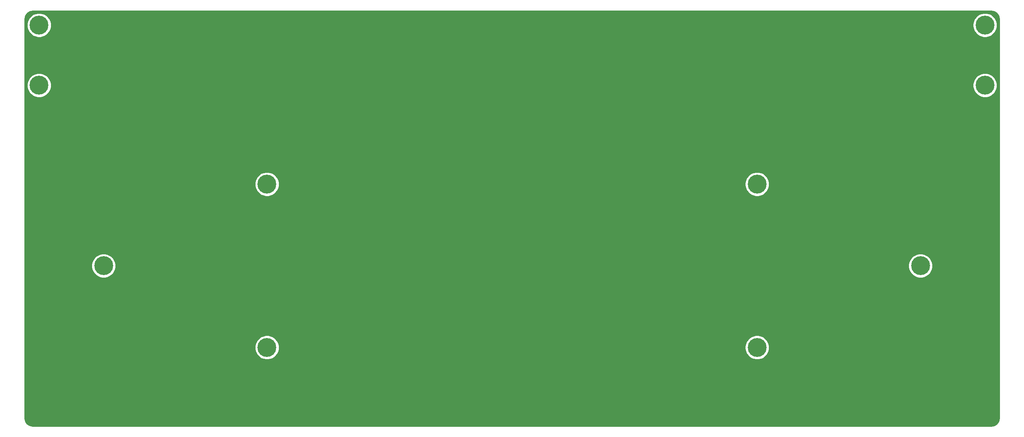
<source format=gbl>
G04 #@! TF.GenerationSoftware,KiCad,Pcbnew,(5.1.5-0-10_14)*
G04 #@! TF.CreationDate,2020-04-12T19:04:30-04:00*
G04 #@! TF.ProjectId,plaid_bottom,706c6169-645f-4626-9f74-746f6d2e6b69,rev?*
G04 #@! TF.SameCoordinates,PX2faf080PY2faf080*
G04 #@! TF.FileFunction,Copper,L2,Bot*
G04 #@! TF.FilePolarity,Positive*
%FSLAX46Y46*%
G04 Gerber Fmt 4.6, Leading zero omitted, Abs format (unit mm)*
G04 Created by KiCad (PCBNEW (5.1.5-0-10_14)) date 2020-04-12 19:04:30*
%MOMM*%
%LPD*%
G04 APERTURE LIST*
%ADD10C,4.400000*%
%ADD11C,0.254000*%
G04 APERTURE END LIST*
D10*
X4000000Y-4000000D03*
X4000000Y-18000000D03*
X224000000Y-4000000D03*
X224000000Y-18000000D03*
X19000000Y-60000000D03*
X57000000Y-41000000D03*
X57000000Y-79000000D03*
X171000000Y-41000000D03*
X171000000Y-79000000D03*
X209000000Y-60000000D03*
D11*
G36*
X225847018Y-747430D02*
G01*
X226180819Y-848211D01*
X226488687Y-1011907D01*
X226758896Y-1232284D01*
X226981157Y-1500952D01*
X227146995Y-1807663D01*
X227250104Y-2140753D01*
X227290000Y-2520341D01*
X227290001Y-95465270D01*
X227252571Y-95847016D01*
X227151789Y-96180818D01*
X226988093Y-96488687D01*
X226767716Y-96758897D01*
X226499052Y-96981154D01*
X226192337Y-97146995D01*
X225859246Y-97250104D01*
X225479659Y-97290000D01*
X2534720Y-97290000D01*
X2152984Y-97252571D01*
X1819182Y-97151789D01*
X1511313Y-96988093D01*
X1241103Y-96767716D01*
X1018846Y-96499052D01*
X853005Y-96192337D01*
X749896Y-95859246D01*
X710000Y-95479659D01*
X710000Y-78720777D01*
X54165000Y-78720777D01*
X54165000Y-79279223D01*
X54273948Y-79826939D01*
X54487656Y-80342876D01*
X54797912Y-80807207D01*
X55192793Y-81202088D01*
X55657124Y-81512344D01*
X56173061Y-81726052D01*
X56720777Y-81835000D01*
X57279223Y-81835000D01*
X57826939Y-81726052D01*
X58342876Y-81512344D01*
X58807207Y-81202088D01*
X59202088Y-80807207D01*
X59512344Y-80342876D01*
X59726052Y-79826939D01*
X59835000Y-79279223D01*
X59835000Y-78720777D01*
X168165000Y-78720777D01*
X168165000Y-79279223D01*
X168273948Y-79826939D01*
X168487656Y-80342876D01*
X168797912Y-80807207D01*
X169192793Y-81202088D01*
X169657124Y-81512344D01*
X170173061Y-81726052D01*
X170720777Y-81835000D01*
X171279223Y-81835000D01*
X171826939Y-81726052D01*
X172342876Y-81512344D01*
X172807207Y-81202088D01*
X173202088Y-80807207D01*
X173512344Y-80342876D01*
X173726052Y-79826939D01*
X173835000Y-79279223D01*
X173835000Y-78720777D01*
X173726052Y-78173061D01*
X173512344Y-77657124D01*
X173202088Y-77192793D01*
X172807207Y-76797912D01*
X172342876Y-76487656D01*
X171826939Y-76273948D01*
X171279223Y-76165000D01*
X170720777Y-76165000D01*
X170173061Y-76273948D01*
X169657124Y-76487656D01*
X169192793Y-76797912D01*
X168797912Y-77192793D01*
X168487656Y-77657124D01*
X168273948Y-78173061D01*
X168165000Y-78720777D01*
X59835000Y-78720777D01*
X59726052Y-78173061D01*
X59512344Y-77657124D01*
X59202088Y-77192793D01*
X58807207Y-76797912D01*
X58342876Y-76487656D01*
X57826939Y-76273948D01*
X57279223Y-76165000D01*
X56720777Y-76165000D01*
X56173061Y-76273948D01*
X55657124Y-76487656D01*
X55192793Y-76797912D01*
X54797912Y-77192793D01*
X54487656Y-77657124D01*
X54273948Y-78173061D01*
X54165000Y-78720777D01*
X710000Y-78720777D01*
X710000Y-59720777D01*
X16165000Y-59720777D01*
X16165000Y-60279223D01*
X16273948Y-60826939D01*
X16487656Y-61342876D01*
X16797912Y-61807207D01*
X17192793Y-62202088D01*
X17657124Y-62512344D01*
X18173061Y-62726052D01*
X18720777Y-62835000D01*
X19279223Y-62835000D01*
X19826939Y-62726052D01*
X20342876Y-62512344D01*
X20807207Y-62202088D01*
X21202088Y-61807207D01*
X21512344Y-61342876D01*
X21726052Y-60826939D01*
X21835000Y-60279223D01*
X21835000Y-59720777D01*
X206165000Y-59720777D01*
X206165000Y-60279223D01*
X206273948Y-60826939D01*
X206487656Y-61342876D01*
X206797912Y-61807207D01*
X207192793Y-62202088D01*
X207657124Y-62512344D01*
X208173061Y-62726052D01*
X208720777Y-62835000D01*
X209279223Y-62835000D01*
X209826939Y-62726052D01*
X210342876Y-62512344D01*
X210807207Y-62202088D01*
X211202088Y-61807207D01*
X211512344Y-61342876D01*
X211726052Y-60826939D01*
X211835000Y-60279223D01*
X211835000Y-59720777D01*
X211726052Y-59173061D01*
X211512344Y-58657124D01*
X211202088Y-58192793D01*
X210807207Y-57797912D01*
X210342876Y-57487656D01*
X209826939Y-57273948D01*
X209279223Y-57165000D01*
X208720777Y-57165000D01*
X208173061Y-57273948D01*
X207657124Y-57487656D01*
X207192793Y-57797912D01*
X206797912Y-58192793D01*
X206487656Y-58657124D01*
X206273948Y-59173061D01*
X206165000Y-59720777D01*
X21835000Y-59720777D01*
X21726052Y-59173061D01*
X21512344Y-58657124D01*
X21202088Y-58192793D01*
X20807207Y-57797912D01*
X20342876Y-57487656D01*
X19826939Y-57273948D01*
X19279223Y-57165000D01*
X18720777Y-57165000D01*
X18173061Y-57273948D01*
X17657124Y-57487656D01*
X17192793Y-57797912D01*
X16797912Y-58192793D01*
X16487656Y-58657124D01*
X16273948Y-59173061D01*
X16165000Y-59720777D01*
X710000Y-59720777D01*
X710000Y-40720777D01*
X54165000Y-40720777D01*
X54165000Y-41279223D01*
X54273948Y-41826939D01*
X54487656Y-42342876D01*
X54797912Y-42807207D01*
X55192793Y-43202088D01*
X55657124Y-43512344D01*
X56173061Y-43726052D01*
X56720777Y-43835000D01*
X57279223Y-43835000D01*
X57826939Y-43726052D01*
X58342876Y-43512344D01*
X58807207Y-43202088D01*
X59202088Y-42807207D01*
X59512344Y-42342876D01*
X59726052Y-41826939D01*
X59835000Y-41279223D01*
X59835000Y-40720777D01*
X168165000Y-40720777D01*
X168165000Y-41279223D01*
X168273948Y-41826939D01*
X168487656Y-42342876D01*
X168797912Y-42807207D01*
X169192793Y-43202088D01*
X169657124Y-43512344D01*
X170173061Y-43726052D01*
X170720777Y-43835000D01*
X171279223Y-43835000D01*
X171826939Y-43726052D01*
X172342876Y-43512344D01*
X172807207Y-43202088D01*
X173202088Y-42807207D01*
X173512344Y-42342876D01*
X173726052Y-41826939D01*
X173835000Y-41279223D01*
X173835000Y-40720777D01*
X173726052Y-40173061D01*
X173512344Y-39657124D01*
X173202088Y-39192793D01*
X172807207Y-38797912D01*
X172342876Y-38487656D01*
X171826939Y-38273948D01*
X171279223Y-38165000D01*
X170720777Y-38165000D01*
X170173061Y-38273948D01*
X169657124Y-38487656D01*
X169192793Y-38797912D01*
X168797912Y-39192793D01*
X168487656Y-39657124D01*
X168273948Y-40173061D01*
X168165000Y-40720777D01*
X59835000Y-40720777D01*
X59726052Y-40173061D01*
X59512344Y-39657124D01*
X59202088Y-39192793D01*
X58807207Y-38797912D01*
X58342876Y-38487656D01*
X57826939Y-38273948D01*
X57279223Y-38165000D01*
X56720777Y-38165000D01*
X56173061Y-38273948D01*
X55657124Y-38487656D01*
X55192793Y-38797912D01*
X54797912Y-39192793D01*
X54487656Y-39657124D01*
X54273948Y-40173061D01*
X54165000Y-40720777D01*
X710000Y-40720777D01*
X710000Y-17720777D01*
X1165000Y-17720777D01*
X1165000Y-18279223D01*
X1273948Y-18826939D01*
X1487656Y-19342876D01*
X1797912Y-19807207D01*
X2192793Y-20202088D01*
X2657124Y-20512344D01*
X3173061Y-20726052D01*
X3720777Y-20835000D01*
X4279223Y-20835000D01*
X4826939Y-20726052D01*
X5342876Y-20512344D01*
X5807207Y-20202088D01*
X6202088Y-19807207D01*
X6512344Y-19342876D01*
X6726052Y-18826939D01*
X6835000Y-18279223D01*
X6835000Y-17720777D01*
X221165000Y-17720777D01*
X221165000Y-18279223D01*
X221273948Y-18826939D01*
X221487656Y-19342876D01*
X221797912Y-19807207D01*
X222192793Y-20202088D01*
X222657124Y-20512344D01*
X223173061Y-20726052D01*
X223720777Y-20835000D01*
X224279223Y-20835000D01*
X224826939Y-20726052D01*
X225342876Y-20512344D01*
X225807207Y-20202088D01*
X226202088Y-19807207D01*
X226512344Y-19342876D01*
X226726052Y-18826939D01*
X226835000Y-18279223D01*
X226835000Y-17720777D01*
X226726052Y-17173061D01*
X226512344Y-16657124D01*
X226202088Y-16192793D01*
X225807207Y-15797912D01*
X225342876Y-15487656D01*
X224826939Y-15273948D01*
X224279223Y-15165000D01*
X223720777Y-15165000D01*
X223173061Y-15273948D01*
X222657124Y-15487656D01*
X222192793Y-15797912D01*
X221797912Y-16192793D01*
X221487656Y-16657124D01*
X221273948Y-17173061D01*
X221165000Y-17720777D01*
X6835000Y-17720777D01*
X6726052Y-17173061D01*
X6512344Y-16657124D01*
X6202088Y-16192793D01*
X5807207Y-15797912D01*
X5342876Y-15487656D01*
X4826939Y-15273948D01*
X4279223Y-15165000D01*
X3720777Y-15165000D01*
X3173061Y-15273948D01*
X2657124Y-15487656D01*
X2192793Y-15797912D01*
X1797912Y-16192793D01*
X1487656Y-16657124D01*
X1273948Y-17173061D01*
X1165000Y-17720777D01*
X710000Y-17720777D01*
X710000Y-3720777D01*
X1165000Y-3720777D01*
X1165000Y-4279223D01*
X1273948Y-4826939D01*
X1487656Y-5342876D01*
X1797912Y-5807207D01*
X2192793Y-6202088D01*
X2657124Y-6512344D01*
X3173061Y-6726052D01*
X3720777Y-6835000D01*
X4279223Y-6835000D01*
X4826939Y-6726052D01*
X5342876Y-6512344D01*
X5807207Y-6202088D01*
X6202088Y-5807207D01*
X6512344Y-5342876D01*
X6726052Y-4826939D01*
X6835000Y-4279223D01*
X6835000Y-3720777D01*
X221165000Y-3720777D01*
X221165000Y-4279223D01*
X221273948Y-4826939D01*
X221487656Y-5342876D01*
X221797912Y-5807207D01*
X222192793Y-6202088D01*
X222657124Y-6512344D01*
X223173061Y-6726052D01*
X223720777Y-6835000D01*
X224279223Y-6835000D01*
X224826939Y-6726052D01*
X225342876Y-6512344D01*
X225807207Y-6202088D01*
X226202088Y-5807207D01*
X226512344Y-5342876D01*
X226726052Y-4826939D01*
X226835000Y-4279223D01*
X226835000Y-3720777D01*
X226726052Y-3173061D01*
X226512344Y-2657124D01*
X226202088Y-2192793D01*
X225807207Y-1797912D01*
X225342876Y-1487656D01*
X224826939Y-1273948D01*
X224279223Y-1165000D01*
X223720777Y-1165000D01*
X223173061Y-1273948D01*
X222657124Y-1487656D01*
X222192793Y-1797912D01*
X221797912Y-2192793D01*
X221487656Y-2657124D01*
X221273948Y-3173061D01*
X221165000Y-3720777D01*
X6835000Y-3720777D01*
X6726052Y-3173061D01*
X6512344Y-2657124D01*
X6202088Y-2192793D01*
X5807207Y-1797912D01*
X5342876Y-1487656D01*
X4826939Y-1273948D01*
X4279223Y-1165000D01*
X3720777Y-1165000D01*
X3173061Y-1273948D01*
X2657124Y-1487656D01*
X2192793Y-1797912D01*
X1797912Y-2192793D01*
X1487656Y-2657124D01*
X1273948Y-3173061D01*
X1165000Y-3720777D01*
X710000Y-3720777D01*
X710000Y-2534721D01*
X747430Y-2152982D01*
X848211Y-1819181D01*
X1011907Y-1511313D01*
X1232284Y-1241104D01*
X1500952Y-1018843D01*
X1807663Y-853005D01*
X2140753Y-749896D01*
X2520341Y-710000D01*
X225465279Y-710000D01*
X225847018Y-747430D01*
G37*
X225847018Y-747430D02*
X226180819Y-848211D01*
X226488687Y-1011907D01*
X226758896Y-1232284D01*
X226981157Y-1500952D01*
X227146995Y-1807663D01*
X227250104Y-2140753D01*
X227290000Y-2520341D01*
X227290001Y-95465270D01*
X227252571Y-95847016D01*
X227151789Y-96180818D01*
X226988093Y-96488687D01*
X226767716Y-96758897D01*
X226499052Y-96981154D01*
X226192337Y-97146995D01*
X225859246Y-97250104D01*
X225479659Y-97290000D01*
X2534720Y-97290000D01*
X2152984Y-97252571D01*
X1819182Y-97151789D01*
X1511313Y-96988093D01*
X1241103Y-96767716D01*
X1018846Y-96499052D01*
X853005Y-96192337D01*
X749896Y-95859246D01*
X710000Y-95479659D01*
X710000Y-78720777D01*
X54165000Y-78720777D01*
X54165000Y-79279223D01*
X54273948Y-79826939D01*
X54487656Y-80342876D01*
X54797912Y-80807207D01*
X55192793Y-81202088D01*
X55657124Y-81512344D01*
X56173061Y-81726052D01*
X56720777Y-81835000D01*
X57279223Y-81835000D01*
X57826939Y-81726052D01*
X58342876Y-81512344D01*
X58807207Y-81202088D01*
X59202088Y-80807207D01*
X59512344Y-80342876D01*
X59726052Y-79826939D01*
X59835000Y-79279223D01*
X59835000Y-78720777D01*
X168165000Y-78720777D01*
X168165000Y-79279223D01*
X168273948Y-79826939D01*
X168487656Y-80342876D01*
X168797912Y-80807207D01*
X169192793Y-81202088D01*
X169657124Y-81512344D01*
X170173061Y-81726052D01*
X170720777Y-81835000D01*
X171279223Y-81835000D01*
X171826939Y-81726052D01*
X172342876Y-81512344D01*
X172807207Y-81202088D01*
X173202088Y-80807207D01*
X173512344Y-80342876D01*
X173726052Y-79826939D01*
X173835000Y-79279223D01*
X173835000Y-78720777D01*
X173726052Y-78173061D01*
X173512344Y-77657124D01*
X173202088Y-77192793D01*
X172807207Y-76797912D01*
X172342876Y-76487656D01*
X171826939Y-76273948D01*
X171279223Y-76165000D01*
X170720777Y-76165000D01*
X170173061Y-76273948D01*
X169657124Y-76487656D01*
X169192793Y-76797912D01*
X168797912Y-77192793D01*
X168487656Y-77657124D01*
X168273948Y-78173061D01*
X168165000Y-78720777D01*
X59835000Y-78720777D01*
X59726052Y-78173061D01*
X59512344Y-77657124D01*
X59202088Y-77192793D01*
X58807207Y-76797912D01*
X58342876Y-76487656D01*
X57826939Y-76273948D01*
X57279223Y-76165000D01*
X56720777Y-76165000D01*
X56173061Y-76273948D01*
X55657124Y-76487656D01*
X55192793Y-76797912D01*
X54797912Y-77192793D01*
X54487656Y-77657124D01*
X54273948Y-78173061D01*
X54165000Y-78720777D01*
X710000Y-78720777D01*
X710000Y-59720777D01*
X16165000Y-59720777D01*
X16165000Y-60279223D01*
X16273948Y-60826939D01*
X16487656Y-61342876D01*
X16797912Y-61807207D01*
X17192793Y-62202088D01*
X17657124Y-62512344D01*
X18173061Y-62726052D01*
X18720777Y-62835000D01*
X19279223Y-62835000D01*
X19826939Y-62726052D01*
X20342876Y-62512344D01*
X20807207Y-62202088D01*
X21202088Y-61807207D01*
X21512344Y-61342876D01*
X21726052Y-60826939D01*
X21835000Y-60279223D01*
X21835000Y-59720777D01*
X206165000Y-59720777D01*
X206165000Y-60279223D01*
X206273948Y-60826939D01*
X206487656Y-61342876D01*
X206797912Y-61807207D01*
X207192793Y-62202088D01*
X207657124Y-62512344D01*
X208173061Y-62726052D01*
X208720777Y-62835000D01*
X209279223Y-62835000D01*
X209826939Y-62726052D01*
X210342876Y-62512344D01*
X210807207Y-62202088D01*
X211202088Y-61807207D01*
X211512344Y-61342876D01*
X211726052Y-60826939D01*
X211835000Y-60279223D01*
X211835000Y-59720777D01*
X211726052Y-59173061D01*
X211512344Y-58657124D01*
X211202088Y-58192793D01*
X210807207Y-57797912D01*
X210342876Y-57487656D01*
X209826939Y-57273948D01*
X209279223Y-57165000D01*
X208720777Y-57165000D01*
X208173061Y-57273948D01*
X207657124Y-57487656D01*
X207192793Y-57797912D01*
X206797912Y-58192793D01*
X206487656Y-58657124D01*
X206273948Y-59173061D01*
X206165000Y-59720777D01*
X21835000Y-59720777D01*
X21726052Y-59173061D01*
X21512344Y-58657124D01*
X21202088Y-58192793D01*
X20807207Y-57797912D01*
X20342876Y-57487656D01*
X19826939Y-57273948D01*
X19279223Y-57165000D01*
X18720777Y-57165000D01*
X18173061Y-57273948D01*
X17657124Y-57487656D01*
X17192793Y-57797912D01*
X16797912Y-58192793D01*
X16487656Y-58657124D01*
X16273948Y-59173061D01*
X16165000Y-59720777D01*
X710000Y-59720777D01*
X710000Y-40720777D01*
X54165000Y-40720777D01*
X54165000Y-41279223D01*
X54273948Y-41826939D01*
X54487656Y-42342876D01*
X54797912Y-42807207D01*
X55192793Y-43202088D01*
X55657124Y-43512344D01*
X56173061Y-43726052D01*
X56720777Y-43835000D01*
X57279223Y-43835000D01*
X57826939Y-43726052D01*
X58342876Y-43512344D01*
X58807207Y-43202088D01*
X59202088Y-42807207D01*
X59512344Y-42342876D01*
X59726052Y-41826939D01*
X59835000Y-41279223D01*
X59835000Y-40720777D01*
X168165000Y-40720777D01*
X168165000Y-41279223D01*
X168273948Y-41826939D01*
X168487656Y-42342876D01*
X168797912Y-42807207D01*
X169192793Y-43202088D01*
X169657124Y-43512344D01*
X170173061Y-43726052D01*
X170720777Y-43835000D01*
X171279223Y-43835000D01*
X171826939Y-43726052D01*
X172342876Y-43512344D01*
X172807207Y-43202088D01*
X173202088Y-42807207D01*
X173512344Y-42342876D01*
X173726052Y-41826939D01*
X173835000Y-41279223D01*
X173835000Y-40720777D01*
X173726052Y-40173061D01*
X173512344Y-39657124D01*
X173202088Y-39192793D01*
X172807207Y-38797912D01*
X172342876Y-38487656D01*
X171826939Y-38273948D01*
X171279223Y-38165000D01*
X170720777Y-38165000D01*
X170173061Y-38273948D01*
X169657124Y-38487656D01*
X169192793Y-38797912D01*
X168797912Y-39192793D01*
X168487656Y-39657124D01*
X168273948Y-40173061D01*
X168165000Y-40720777D01*
X59835000Y-40720777D01*
X59726052Y-40173061D01*
X59512344Y-39657124D01*
X59202088Y-39192793D01*
X58807207Y-38797912D01*
X58342876Y-38487656D01*
X57826939Y-38273948D01*
X57279223Y-38165000D01*
X56720777Y-38165000D01*
X56173061Y-38273948D01*
X55657124Y-38487656D01*
X55192793Y-38797912D01*
X54797912Y-39192793D01*
X54487656Y-39657124D01*
X54273948Y-40173061D01*
X54165000Y-40720777D01*
X710000Y-40720777D01*
X710000Y-17720777D01*
X1165000Y-17720777D01*
X1165000Y-18279223D01*
X1273948Y-18826939D01*
X1487656Y-19342876D01*
X1797912Y-19807207D01*
X2192793Y-20202088D01*
X2657124Y-20512344D01*
X3173061Y-20726052D01*
X3720777Y-20835000D01*
X4279223Y-20835000D01*
X4826939Y-20726052D01*
X5342876Y-20512344D01*
X5807207Y-20202088D01*
X6202088Y-19807207D01*
X6512344Y-19342876D01*
X6726052Y-18826939D01*
X6835000Y-18279223D01*
X6835000Y-17720777D01*
X221165000Y-17720777D01*
X221165000Y-18279223D01*
X221273948Y-18826939D01*
X221487656Y-19342876D01*
X221797912Y-19807207D01*
X222192793Y-20202088D01*
X222657124Y-20512344D01*
X223173061Y-20726052D01*
X223720777Y-20835000D01*
X224279223Y-20835000D01*
X224826939Y-20726052D01*
X225342876Y-20512344D01*
X225807207Y-20202088D01*
X226202088Y-19807207D01*
X226512344Y-19342876D01*
X226726052Y-18826939D01*
X226835000Y-18279223D01*
X226835000Y-17720777D01*
X226726052Y-17173061D01*
X226512344Y-16657124D01*
X226202088Y-16192793D01*
X225807207Y-15797912D01*
X225342876Y-15487656D01*
X224826939Y-15273948D01*
X224279223Y-15165000D01*
X223720777Y-15165000D01*
X223173061Y-15273948D01*
X222657124Y-15487656D01*
X222192793Y-15797912D01*
X221797912Y-16192793D01*
X221487656Y-16657124D01*
X221273948Y-17173061D01*
X221165000Y-17720777D01*
X6835000Y-17720777D01*
X6726052Y-17173061D01*
X6512344Y-16657124D01*
X6202088Y-16192793D01*
X5807207Y-15797912D01*
X5342876Y-15487656D01*
X4826939Y-15273948D01*
X4279223Y-15165000D01*
X3720777Y-15165000D01*
X3173061Y-15273948D01*
X2657124Y-15487656D01*
X2192793Y-15797912D01*
X1797912Y-16192793D01*
X1487656Y-16657124D01*
X1273948Y-17173061D01*
X1165000Y-17720777D01*
X710000Y-17720777D01*
X710000Y-3720777D01*
X1165000Y-3720777D01*
X1165000Y-4279223D01*
X1273948Y-4826939D01*
X1487656Y-5342876D01*
X1797912Y-5807207D01*
X2192793Y-6202088D01*
X2657124Y-6512344D01*
X3173061Y-6726052D01*
X3720777Y-6835000D01*
X4279223Y-6835000D01*
X4826939Y-6726052D01*
X5342876Y-6512344D01*
X5807207Y-6202088D01*
X6202088Y-5807207D01*
X6512344Y-5342876D01*
X6726052Y-4826939D01*
X6835000Y-4279223D01*
X6835000Y-3720777D01*
X221165000Y-3720777D01*
X221165000Y-4279223D01*
X221273948Y-4826939D01*
X221487656Y-5342876D01*
X221797912Y-5807207D01*
X222192793Y-6202088D01*
X222657124Y-6512344D01*
X223173061Y-6726052D01*
X223720777Y-6835000D01*
X224279223Y-6835000D01*
X224826939Y-6726052D01*
X225342876Y-6512344D01*
X225807207Y-6202088D01*
X226202088Y-5807207D01*
X226512344Y-5342876D01*
X226726052Y-4826939D01*
X226835000Y-4279223D01*
X226835000Y-3720777D01*
X226726052Y-3173061D01*
X226512344Y-2657124D01*
X226202088Y-2192793D01*
X225807207Y-1797912D01*
X225342876Y-1487656D01*
X224826939Y-1273948D01*
X224279223Y-1165000D01*
X223720777Y-1165000D01*
X223173061Y-1273948D01*
X222657124Y-1487656D01*
X222192793Y-1797912D01*
X221797912Y-2192793D01*
X221487656Y-2657124D01*
X221273948Y-3173061D01*
X221165000Y-3720777D01*
X6835000Y-3720777D01*
X6726052Y-3173061D01*
X6512344Y-2657124D01*
X6202088Y-2192793D01*
X5807207Y-1797912D01*
X5342876Y-1487656D01*
X4826939Y-1273948D01*
X4279223Y-1165000D01*
X3720777Y-1165000D01*
X3173061Y-1273948D01*
X2657124Y-1487656D01*
X2192793Y-1797912D01*
X1797912Y-2192793D01*
X1487656Y-2657124D01*
X1273948Y-3173061D01*
X1165000Y-3720777D01*
X710000Y-3720777D01*
X710000Y-2534721D01*
X747430Y-2152982D01*
X848211Y-1819181D01*
X1011907Y-1511313D01*
X1232284Y-1241104D01*
X1500952Y-1018843D01*
X1807663Y-853005D01*
X2140753Y-749896D01*
X2520341Y-710000D01*
X225465279Y-710000D01*
X225847018Y-747430D01*
M02*

</source>
